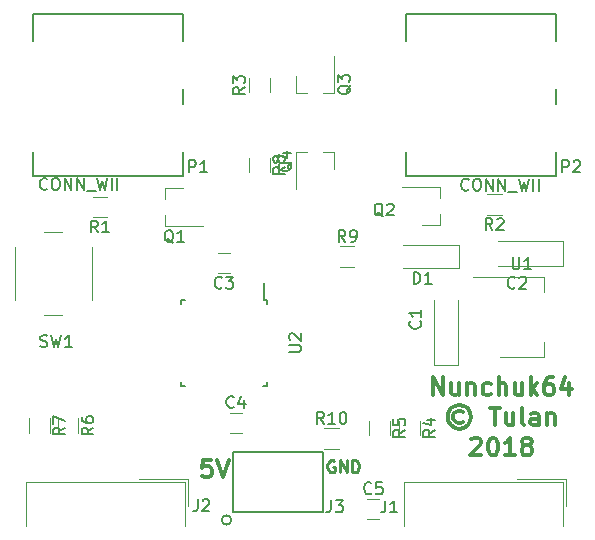
<source format=gto>
G04 #@! TF.FileFunction,Legend,Top*
%FSLAX46Y46*%
G04 Gerber Fmt 4.6, Leading zero omitted, Abs format (unit mm)*
G04 Created by KiCad (PCBNEW 4.0.7) date 06/25/18 19:06:47*
%MOMM*%
%LPD*%
G01*
G04 APERTURE LIST*
%ADD10C,0.100000*%
%ADD11C,0.300000*%
%ADD12C,0.250000*%
%ADD13C,0.120000*%
%ADD14C,0.150000*%
%ADD15C,0.203200*%
G04 APERTURE END LIST*
D10*
D11*
X94314287Y-107678571D02*
X93600001Y-107678571D01*
X93528572Y-108392857D01*
X93600001Y-108321429D01*
X93742858Y-108250000D01*
X94100001Y-108250000D01*
X94242858Y-108321429D01*
X94314287Y-108392857D01*
X94385715Y-108535714D01*
X94385715Y-108892857D01*
X94314287Y-109035714D01*
X94242858Y-109107143D01*
X94100001Y-109178571D01*
X93742858Y-109178571D01*
X93600001Y-109107143D01*
X93528572Y-109035714D01*
X94814286Y-107678571D02*
X95314286Y-109178571D01*
X95814286Y-107678571D01*
D12*
X104738096Y-107800000D02*
X104642858Y-107752381D01*
X104500001Y-107752381D01*
X104357143Y-107800000D01*
X104261905Y-107895238D01*
X104214286Y-107990476D01*
X104166667Y-108180952D01*
X104166667Y-108323810D01*
X104214286Y-108514286D01*
X104261905Y-108609524D01*
X104357143Y-108704762D01*
X104500001Y-108752381D01*
X104595239Y-108752381D01*
X104738096Y-108704762D01*
X104785715Y-108657143D01*
X104785715Y-108323810D01*
X104595239Y-108323810D01*
X105214286Y-108752381D02*
X105214286Y-107752381D01*
X105785715Y-108752381D01*
X105785715Y-107752381D01*
X106261905Y-108752381D02*
X106261905Y-107752381D01*
X106500000Y-107752381D01*
X106642858Y-107800000D01*
X106738096Y-107895238D01*
X106785715Y-107990476D01*
X106833334Y-108180952D01*
X106833334Y-108323810D01*
X106785715Y-108514286D01*
X106738096Y-108609524D01*
X106642858Y-108704762D01*
X106500000Y-108752381D01*
X106261905Y-108752381D01*
D11*
X113078572Y-102228571D02*
X113078572Y-100728571D01*
X113935715Y-102228571D01*
X113935715Y-100728571D01*
X115292858Y-101228571D02*
X115292858Y-102228571D01*
X114650001Y-101228571D02*
X114650001Y-102014286D01*
X114721429Y-102157143D01*
X114864287Y-102228571D01*
X115078572Y-102228571D01*
X115221429Y-102157143D01*
X115292858Y-102085714D01*
X116007144Y-101228571D02*
X116007144Y-102228571D01*
X116007144Y-101371429D02*
X116078572Y-101300000D01*
X116221430Y-101228571D01*
X116435715Y-101228571D01*
X116578572Y-101300000D01*
X116650001Y-101442857D01*
X116650001Y-102228571D01*
X118007144Y-102157143D02*
X117864287Y-102228571D01*
X117578573Y-102228571D01*
X117435715Y-102157143D01*
X117364287Y-102085714D01*
X117292858Y-101942857D01*
X117292858Y-101514286D01*
X117364287Y-101371429D01*
X117435715Y-101300000D01*
X117578573Y-101228571D01*
X117864287Y-101228571D01*
X118007144Y-101300000D01*
X118650001Y-102228571D02*
X118650001Y-100728571D01*
X119292858Y-102228571D02*
X119292858Y-101442857D01*
X119221429Y-101300000D01*
X119078572Y-101228571D01*
X118864287Y-101228571D01*
X118721429Y-101300000D01*
X118650001Y-101371429D01*
X120650001Y-101228571D02*
X120650001Y-102228571D01*
X120007144Y-101228571D02*
X120007144Y-102014286D01*
X120078572Y-102157143D01*
X120221430Y-102228571D01*
X120435715Y-102228571D01*
X120578572Y-102157143D01*
X120650001Y-102085714D01*
X121364287Y-102228571D02*
X121364287Y-100728571D01*
X121507144Y-101657143D02*
X121935715Y-102228571D01*
X121935715Y-101228571D02*
X121364287Y-101800000D01*
X123221430Y-100728571D02*
X122935716Y-100728571D01*
X122792859Y-100800000D01*
X122721430Y-100871429D01*
X122578573Y-101085714D01*
X122507144Y-101371429D01*
X122507144Y-101942857D01*
X122578573Y-102085714D01*
X122650001Y-102157143D01*
X122792859Y-102228571D01*
X123078573Y-102228571D01*
X123221430Y-102157143D01*
X123292859Y-102085714D01*
X123364287Y-101942857D01*
X123364287Y-101585714D01*
X123292859Y-101442857D01*
X123221430Y-101371429D01*
X123078573Y-101300000D01*
X122792859Y-101300000D01*
X122650001Y-101371429D01*
X122578573Y-101442857D01*
X122507144Y-101585714D01*
X124650001Y-101228571D02*
X124650001Y-102228571D01*
X124292858Y-100657143D02*
X123935715Y-101728571D01*
X124864287Y-101728571D01*
X115614286Y-103635714D02*
X115471428Y-103564286D01*
X115185714Y-103564286D01*
X115042857Y-103635714D01*
X114900000Y-103778571D01*
X114828571Y-103921429D01*
X114828571Y-104207143D01*
X114900000Y-104350000D01*
X115042857Y-104492857D01*
X115185714Y-104564286D01*
X115471428Y-104564286D01*
X115614286Y-104492857D01*
X115328571Y-103064286D02*
X114971428Y-103135714D01*
X114614286Y-103350000D01*
X114400000Y-103707143D01*
X114328571Y-104064286D01*
X114400000Y-104421429D01*
X114614286Y-104778571D01*
X114971428Y-104992857D01*
X115328571Y-105064286D01*
X115685714Y-104992857D01*
X116042857Y-104778571D01*
X116257143Y-104421429D01*
X116328571Y-104064286D01*
X116257143Y-103707143D01*
X116042857Y-103350000D01*
X115685714Y-103135714D01*
X115328571Y-103064286D01*
X117900000Y-103278571D02*
X118757143Y-103278571D01*
X118328572Y-104778571D02*
X118328572Y-103278571D01*
X119900000Y-103778571D02*
X119900000Y-104778571D01*
X119257143Y-103778571D02*
X119257143Y-104564286D01*
X119328571Y-104707143D01*
X119471429Y-104778571D01*
X119685714Y-104778571D01*
X119828571Y-104707143D01*
X119900000Y-104635714D01*
X120828572Y-104778571D02*
X120685714Y-104707143D01*
X120614286Y-104564286D01*
X120614286Y-103278571D01*
X122042857Y-104778571D02*
X122042857Y-103992857D01*
X121971428Y-103850000D01*
X121828571Y-103778571D01*
X121542857Y-103778571D01*
X121400000Y-103850000D01*
X122042857Y-104707143D02*
X121900000Y-104778571D01*
X121542857Y-104778571D01*
X121400000Y-104707143D01*
X121328571Y-104564286D01*
X121328571Y-104421429D01*
X121400000Y-104278571D01*
X121542857Y-104207143D01*
X121900000Y-104207143D01*
X122042857Y-104135714D01*
X122757143Y-103778571D02*
X122757143Y-104778571D01*
X122757143Y-103921429D02*
X122828571Y-103850000D01*
X122971429Y-103778571D01*
X123185714Y-103778571D01*
X123328571Y-103850000D01*
X123400000Y-103992857D01*
X123400000Y-104778571D01*
X116328572Y-105971429D02*
X116400001Y-105900000D01*
X116542858Y-105828571D01*
X116900001Y-105828571D01*
X117042858Y-105900000D01*
X117114287Y-105971429D01*
X117185715Y-106114286D01*
X117185715Y-106257143D01*
X117114287Y-106471429D01*
X116257144Y-107328571D01*
X117185715Y-107328571D01*
X118114286Y-105828571D02*
X118257143Y-105828571D01*
X118400000Y-105900000D01*
X118471429Y-105971429D01*
X118542858Y-106114286D01*
X118614286Y-106400000D01*
X118614286Y-106757143D01*
X118542858Y-107042857D01*
X118471429Y-107185714D01*
X118400000Y-107257143D01*
X118257143Y-107328571D01*
X118114286Y-107328571D01*
X117971429Y-107257143D01*
X117900000Y-107185714D01*
X117828572Y-107042857D01*
X117757143Y-106757143D01*
X117757143Y-106400000D01*
X117828572Y-106114286D01*
X117900000Y-105971429D01*
X117971429Y-105900000D01*
X118114286Y-105828571D01*
X120042857Y-107328571D02*
X119185714Y-107328571D01*
X119614286Y-107328571D02*
X119614286Y-105828571D01*
X119471429Y-106042857D01*
X119328571Y-106185714D01*
X119185714Y-106257143D01*
X120900000Y-106471429D02*
X120757142Y-106400000D01*
X120685714Y-106328571D01*
X120614285Y-106185714D01*
X120614285Y-106114286D01*
X120685714Y-105971429D01*
X120757142Y-105900000D01*
X120900000Y-105828571D01*
X121185714Y-105828571D01*
X121328571Y-105900000D01*
X121400000Y-105971429D01*
X121471428Y-106114286D01*
X121471428Y-106185714D01*
X121400000Y-106328571D01*
X121328571Y-106400000D01*
X121185714Y-106471429D01*
X120900000Y-106471429D01*
X120757142Y-106542857D01*
X120685714Y-106614286D01*
X120614285Y-106757143D01*
X120614285Y-107042857D01*
X120685714Y-107185714D01*
X120757142Y-107257143D01*
X120900000Y-107328571D01*
X121185714Y-107328571D01*
X121328571Y-107257143D01*
X121400000Y-107185714D01*
X121471428Y-107042857D01*
X121471428Y-106757143D01*
X121400000Y-106614286D01*
X121328571Y-106542857D01*
X121185714Y-106471429D01*
D13*
X92123333Y-113340000D02*
X92123333Y-109600000D01*
X92123333Y-109600000D02*
X78676667Y-109600000D01*
X78676667Y-109600000D02*
X78676667Y-113340000D01*
X92363333Y-111600000D02*
X92363333Y-109360000D01*
X92363333Y-109360000D02*
X88170000Y-109360000D01*
X124123333Y-113340000D02*
X124123333Y-109600000D01*
X124123333Y-109600000D02*
X110676667Y-109600000D01*
X110676667Y-109600000D02*
X110676667Y-113340000D01*
X124363333Y-111600000D02*
X124363333Y-109360000D01*
X124363333Y-109360000D02*
X120170000Y-109360000D01*
D14*
X96013113Y-112790000D02*
G75*
G03X96013113Y-112790000I-403113J0D01*
G01*
D15*
X103810000Y-112140000D02*
X96190000Y-112140000D01*
X96190000Y-107060000D02*
X103810000Y-107060000D01*
X103810000Y-107060000D02*
X103810000Y-112140000D01*
X96190000Y-112140000D02*
X96190000Y-107060000D01*
D13*
X84200000Y-94200000D02*
X84200000Y-89700000D01*
X80200000Y-95450000D02*
X81700000Y-95450000D01*
X77700000Y-89700000D02*
X77700000Y-94200000D01*
X81700000Y-88450000D02*
X80200000Y-88450000D01*
D14*
X79248000Y-72228000D02*
X79248000Y-69942000D01*
X79248000Y-69942000D02*
X91948000Y-69942000D01*
X91948000Y-69942000D02*
X91948000Y-72228000D01*
X91948000Y-77562000D02*
X91948000Y-76292000D01*
X79248000Y-83658000D02*
X79248000Y-81626000D01*
X91948000Y-83658000D02*
X91948000Y-81626000D01*
X91948000Y-83658000D02*
X79248000Y-83658000D01*
X110850000Y-72228000D02*
X110850000Y-69942000D01*
X110850000Y-69942000D02*
X123550000Y-69942000D01*
X123550000Y-69942000D02*
X123550000Y-72228000D01*
X123550000Y-77562000D02*
X123550000Y-76292000D01*
X110850000Y-83658000D02*
X110850000Y-81626000D01*
X123550000Y-83658000D02*
X123550000Y-81626000D01*
X123550000Y-83658000D02*
X110850000Y-83658000D01*
D13*
X104680000Y-81640000D02*
X103750000Y-81640000D01*
X101520000Y-81640000D02*
X102450000Y-81640000D01*
X101520000Y-81640000D02*
X101520000Y-84800000D01*
X104680000Y-81640000D02*
X104680000Y-83100000D01*
X101520000Y-76660000D02*
X102450000Y-76660000D01*
X104680000Y-76660000D02*
X103750000Y-76660000D01*
X104680000Y-76660000D02*
X104680000Y-73500000D01*
X101520000Y-76660000D02*
X101520000Y-75200000D01*
X113660000Y-87780000D02*
X113660000Y-86850000D01*
X113660000Y-84620000D02*
X113660000Y-85550000D01*
X113660000Y-84620000D02*
X110500000Y-84620000D01*
X113660000Y-87780000D02*
X112200000Y-87780000D01*
X90450000Y-84720000D02*
X90450000Y-85650000D01*
X90450000Y-87880000D02*
X90450000Y-86950000D01*
X90450000Y-87880000D02*
X93610000Y-87880000D01*
X90450000Y-84720000D02*
X91910000Y-84720000D01*
X124100000Y-91250000D02*
X118600000Y-91250000D01*
X124100000Y-89150000D02*
X118600000Y-89150000D01*
X124100000Y-91250000D02*
X124100000Y-89150000D01*
X113150000Y-99700000D02*
X113150000Y-94200000D01*
X115250000Y-99700000D02*
X115250000Y-94200000D01*
X113150000Y-99700000D02*
X115250000Y-99700000D01*
X105100000Y-106780000D02*
X103900000Y-106780000D01*
X103900000Y-105020000D02*
X105100000Y-105020000D01*
X108550000Y-111050000D02*
X107550000Y-111050000D01*
X107550000Y-112750000D02*
X108550000Y-112750000D01*
X106450000Y-91380000D02*
X105250000Y-91380000D01*
X105250000Y-89620000D02*
X106450000Y-89620000D01*
X115300000Y-91450000D02*
X115300000Y-89550000D01*
X115300000Y-89550000D02*
X110600000Y-89550000D01*
X115300000Y-91450000D02*
X110600000Y-91450000D01*
X97520000Y-83350000D02*
X97520000Y-82150000D01*
X99280000Y-82150000D02*
X99280000Y-83350000D01*
X99280000Y-75400000D02*
X99280000Y-76600000D01*
X97520000Y-76600000D02*
X97520000Y-75400000D01*
X117700000Y-85220000D02*
X118900000Y-85220000D01*
X118900000Y-86980000D02*
X117700000Y-86980000D01*
X84300000Y-85420000D02*
X85500000Y-85420000D01*
X85500000Y-87180000D02*
X84300000Y-87180000D01*
X96900000Y-103750000D02*
X95900000Y-103750000D01*
X95900000Y-105450000D02*
X96900000Y-105450000D01*
X94900000Y-91850000D02*
X95900000Y-91850000D01*
X95900000Y-90150000D02*
X94900000Y-90150000D01*
X78920000Y-105400000D02*
X78920000Y-104200000D01*
X80680000Y-104200000D02*
X80680000Y-105400000D01*
X81320000Y-105400000D02*
X81320000Y-104200000D01*
X83080000Y-104200000D02*
X83080000Y-105400000D01*
X107705000Y-105600000D02*
X107705000Y-104400000D01*
X109465000Y-104400000D02*
X109465000Y-105600000D01*
X110245000Y-105600000D02*
X110245000Y-104400000D01*
X112005000Y-104400000D02*
X112005000Y-105600000D01*
X122510000Y-99010000D02*
X122510000Y-97750000D01*
X122510000Y-92190000D02*
X122510000Y-93450000D01*
X118750000Y-99010000D02*
X122510000Y-99010000D01*
X116500000Y-92190000D02*
X122510000Y-92190000D01*
D14*
X99025000Y-94175000D02*
X98800000Y-94175000D01*
X99025000Y-101425000D02*
X98700000Y-101425000D01*
X91775000Y-101425000D02*
X92100000Y-101425000D01*
X91775000Y-94175000D02*
X92100000Y-94175000D01*
X99025000Y-94175000D02*
X99025000Y-94500000D01*
X91775000Y-94175000D02*
X91775000Y-94500000D01*
X91775000Y-101425000D02*
X91775000Y-101100000D01*
X99025000Y-101425000D02*
X99025000Y-101100000D01*
X98800000Y-94175000D02*
X98800000Y-92750000D01*
X93166667Y-111052381D02*
X93166667Y-111766667D01*
X93119047Y-111909524D01*
X93023809Y-112004762D01*
X92880952Y-112052381D01*
X92785714Y-112052381D01*
X93595238Y-111147619D02*
X93642857Y-111100000D01*
X93738095Y-111052381D01*
X93976191Y-111052381D01*
X94071429Y-111100000D01*
X94119048Y-111147619D01*
X94166667Y-111242857D01*
X94166667Y-111338095D01*
X94119048Y-111480952D01*
X93547619Y-112052381D01*
X94166667Y-112052381D01*
X109066667Y-111152381D02*
X109066667Y-111866667D01*
X109019047Y-112009524D01*
X108923809Y-112104762D01*
X108780952Y-112152381D01*
X108685714Y-112152381D01*
X110066667Y-112152381D02*
X109495238Y-112152381D01*
X109780952Y-112152381D02*
X109780952Y-111152381D01*
X109685714Y-111295238D01*
X109590476Y-111390476D01*
X109495238Y-111438095D01*
D15*
X104461333Y-111143619D02*
X104461333Y-111869333D01*
X104412953Y-112014476D01*
X104316191Y-112111238D01*
X104171048Y-112159619D01*
X104074286Y-112159619D01*
X104848381Y-111143619D02*
X105477333Y-111143619D01*
X105138667Y-111530667D01*
X105283809Y-111530667D01*
X105380571Y-111579048D01*
X105428952Y-111627429D01*
X105477333Y-111724190D01*
X105477333Y-111966095D01*
X105428952Y-112062857D01*
X105380571Y-112111238D01*
X105283809Y-112159619D01*
X104993524Y-112159619D01*
X104896762Y-112111238D01*
X104848381Y-112062857D01*
D14*
X79866667Y-98104762D02*
X80009524Y-98152381D01*
X80247620Y-98152381D01*
X80342858Y-98104762D01*
X80390477Y-98057143D01*
X80438096Y-97961905D01*
X80438096Y-97866667D01*
X80390477Y-97771429D01*
X80342858Y-97723810D01*
X80247620Y-97676190D01*
X80057143Y-97628571D01*
X79961905Y-97580952D01*
X79914286Y-97533333D01*
X79866667Y-97438095D01*
X79866667Y-97342857D01*
X79914286Y-97247619D01*
X79961905Y-97200000D01*
X80057143Y-97152381D01*
X80295239Y-97152381D01*
X80438096Y-97200000D01*
X80771429Y-97152381D02*
X81009524Y-98152381D01*
X81200001Y-97438095D01*
X81390477Y-98152381D01*
X81628572Y-97152381D01*
X82533334Y-98152381D02*
X81961905Y-98152381D01*
X82247619Y-98152381D02*
X82247619Y-97152381D01*
X82152381Y-97295238D01*
X82057143Y-97390476D01*
X81961905Y-97438095D01*
X92459905Y-83352381D02*
X92459905Y-82352381D01*
X92840858Y-82352381D01*
X92936096Y-82400000D01*
X92983715Y-82447619D01*
X93031334Y-82542857D01*
X93031334Y-82685714D01*
X92983715Y-82780952D01*
X92936096Y-82828571D01*
X92840858Y-82876190D01*
X92459905Y-82876190D01*
X93983715Y-83352381D02*
X93412286Y-83352381D01*
X93698000Y-83352381D02*
X93698000Y-82352381D01*
X93602762Y-82495238D01*
X93507524Y-82590476D01*
X93412286Y-82638095D01*
X80431025Y-84748643D02*
X80383406Y-84796262D01*
X80240549Y-84843881D01*
X80145311Y-84843881D01*
X80002453Y-84796262D01*
X79907215Y-84701024D01*
X79859596Y-84605786D01*
X79811977Y-84415310D01*
X79811977Y-84272452D01*
X79859596Y-84081976D01*
X79907215Y-83986738D01*
X80002453Y-83891500D01*
X80145311Y-83843881D01*
X80240549Y-83843881D01*
X80383406Y-83891500D01*
X80431025Y-83939119D01*
X81050072Y-83843881D02*
X81240549Y-83843881D01*
X81335787Y-83891500D01*
X81431025Y-83986738D01*
X81478644Y-84177214D01*
X81478644Y-84510548D01*
X81431025Y-84701024D01*
X81335787Y-84796262D01*
X81240549Y-84843881D01*
X81050072Y-84843881D01*
X80954834Y-84796262D01*
X80859596Y-84701024D01*
X80811977Y-84510548D01*
X80811977Y-84177214D01*
X80859596Y-83986738D01*
X80954834Y-83891500D01*
X81050072Y-83843881D01*
X81907215Y-84843881D02*
X81907215Y-83843881D01*
X82478644Y-84843881D01*
X82478644Y-83843881D01*
X82954834Y-84843881D02*
X82954834Y-83843881D01*
X83526263Y-84843881D01*
X83526263Y-83843881D01*
X83764358Y-84939119D02*
X84526263Y-84939119D01*
X84669120Y-83843881D02*
X84907215Y-84843881D01*
X85097692Y-84129595D01*
X85288168Y-84843881D01*
X85526263Y-83843881D01*
X85907215Y-84843881D02*
X85907215Y-83843881D01*
X86383405Y-84843881D02*
X86383405Y-83843881D01*
X124061905Y-83352381D02*
X124061905Y-82352381D01*
X124442858Y-82352381D01*
X124538096Y-82400000D01*
X124585715Y-82447619D01*
X124633334Y-82542857D01*
X124633334Y-82685714D01*
X124585715Y-82780952D01*
X124538096Y-82828571D01*
X124442858Y-82876190D01*
X124061905Y-82876190D01*
X125014286Y-82447619D02*
X125061905Y-82400000D01*
X125157143Y-82352381D01*
X125395239Y-82352381D01*
X125490477Y-82400000D01*
X125538096Y-82447619D01*
X125585715Y-82542857D01*
X125585715Y-82638095D01*
X125538096Y-82780952D01*
X124966667Y-83352381D01*
X125585715Y-83352381D01*
X116118025Y-84812143D02*
X116070406Y-84859762D01*
X115927549Y-84907381D01*
X115832311Y-84907381D01*
X115689453Y-84859762D01*
X115594215Y-84764524D01*
X115546596Y-84669286D01*
X115498977Y-84478810D01*
X115498977Y-84335952D01*
X115546596Y-84145476D01*
X115594215Y-84050238D01*
X115689453Y-83955000D01*
X115832311Y-83907381D01*
X115927549Y-83907381D01*
X116070406Y-83955000D01*
X116118025Y-84002619D01*
X116737072Y-83907381D02*
X116927549Y-83907381D01*
X117022787Y-83955000D01*
X117118025Y-84050238D01*
X117165644Y-84240714D01*
X117165644Y-84574048D01*
X117118025Y-84764524D01*
X117022787Y-84859762D01*
X116927549Y-84907381D01*
X116737072Y-84907381D01*
X116641834Y-84859762D01*
X116546596Y-84764524D01*
X116498977Y-84574048D01*
X116498977Y-84240714D01*
X116546596Y-84050238D01*
X116641834Y-83955000D01*
X116737072Y-83907381D01*
X117594215Y-84907381D02*
X117594215Y-83907381D01*
X118165644Y-84907381D01*
X118165644Y-83907381D01*
X118641834Y-84907381D02*
X118641834Y-83907381D01*
X119213263Y-84907381D01*
X119213263Y-83907381D01*
X119451358Y-85002619D02*
X120213263Y-85002619D01*
X120356120Y-83907381D02*
X120594215Y-84907381D01*
X120784692Y-84193095D01*
X120975168Y-84907381D01*
X121213263Y-83907381D01*
X121594215Y-84907381D02*
X121594215Y-83907381D01*
X122070405Y-84907381D02*
X122070405Y-83907381D01*
X101147619Y-82495238D02*
X101100000Y-82590476D01*
X101004762Y-82685714D01*
X100861905Y-82828571D01*
X100814286Y-82923810D01*
X100814286Y-83019048D01*
X101052381Y-82971429D02*
X101004762Y-83066667D01*
X100909524Y-83161905D01*
X100719048Y-83209524D01*
X100385714Y-83209524D01*
X100195238Y-83161905D01*
X100100000Y-83066667D01*
X100052381Y-82971429D01*
X100052381Y-82780952D01*
X100100000Y-82685714D01*
X100195238Y-82590476D01*
X100385714Y-82542857D01*
X100719048Y-82542857D01*
X100909524Y-82590476D01*
X101004762Y-82685714D01*
X101052381Y-82780952D01*
X101052381Y-82971429D01*
X100385714Y-81685714D02*
X101052381Y-81685714D01*
X100004762Y-81923810D02*
X100719048Y-82161905D01*
X100719048Y-81542857D01*
X106147619Y-75995238D02*
X106100000Y-76090476D01*
X106004762Y-76185714D01*
X105861905Y-76328571D01*
X105814286Y-76423810D01*
X105814286Y-76519048D01*
X106052381Y-76471429D02*
X106004762Y-76566667D01*
X105909524Y-76661905D01*
X105719048Y-76709524D01*
X105385714Y-76709524D01*
X105195238Y-76661905D01*
X105100000Y-76566667D01*
X105052381Y-76471429D01*
X105052381Y-76280952D01*
X105100000Y-76185714D01*
X105195238Y-76090476D01*
X105385714Y-76042857D01*
X105719048Y-76042857D01*
X105909524Y-76090476D01*
X106004762Y-76185714D01*
X106052381Y-76280952D01*
X106052381Y-76471429D01*
X105052381Y-75709524D02*
X105052381Y-75090476D01*
X105433333Y-75423810D01*
X105433333Y-75280952D01*
X105480952Y-75185714D01*
X105528571Y-75138095D01*
X105623810Y-75090476D01*
X105861905Y-75090476D01*
X105957143Y-75138095D01*
X106004762Y-75185714D01*
X106052381Y-75280952D01*
X106052381Y-75566667D01*
X106004762Y-75661905D01*
X105957143Y-75709524D01*
X108870762Y-87098119D02*
X108775524Y-87050500D01*
X108680286Y-86955262D01*
X108537429Y-86812405D01*
X108442190Y-86764786D01*
X108346952Y-86764786D01*
X108394571Y-87002881D02*
X108299333Y-86955262D01*
X108204095Y-86860024D01*
X108156476Y-86669548D01*
X108156476Y-86336214D01*
X108204095Y-86145738D01*
X108299333Y-86050500D01*
X108394571Y-86002881D01*
X108585048Y-86002881D01*
X108680286Y-86050500D01*
X108775524Y-86145738D01*
X108823143Y-86336214D01*
X108823143Y-86669548D01*
X108775524Y-86860024D01*
X108680286Y-86955262D01*
X108585048Y-87002881D01*
X108394571Y-87002881D01*
X109204095Y-86098119D02*
X109251714Y-86050500D01*
X109346952Y-86002881D01*
X109585048Y-86002881D01*
X109680286Y-86050500D01*
X109727905Y-86098119D01*
X109775524Y-86193357D01*
X109775524Y-86288595D01*
X109727905Y-86431452D01*
X109156476Y-87002881D01*
X109775524Y-87002881D01*
X91114762Y-89347619D02*
X91019524Y-89300000D01*
X90924286Y-89204762D01*
X90781429Y-89061905D01*
X90686190Y-89014286D01*
X90590952Y-89014286D01*
X90638571Y-89252381D02*
X90543333Y-89204762D01*
X90448095Y-89109524D01*
X90400476Y-88919048D01*
X90400476Y-88585714D01*
X90448095Y-88395238D01*
X90543333Y-88300000D01*
X90638571Y-88252381D01*
X90829048Y-88252381D01*
X90924286Y-88300000D01*
X91019524Y-88395238D01*
X91067143Y-88585714D01*
X91067143Y-88919048D01*
X91019524Y-89109524D01*
X90924286Y-89204762D01*
X90829048Y-89252381D01*
X90638571Y-89252381D01*
X92019524Y-89252381D02*
X91448095Y-89252381D01*
X91733809Y-89252381D02*
X91733809Y-88252381D01*
X91638571Y-88395238D01*
X91543333Y-88490476D01*
X91448095Y-88538095D01*
X120033334Y-93107143D02*
X119985715Y-93154762D01*
X119842858Y-93202381D01*
X119747620Y-93202381D01*
X119604762Y-93154762D01*
X119509524Y-93059524D01*
X119461905Y-92964286D01*
X119414286Y-92773810D01*
X119414286Y-92630952D01*
X119461905Y-92440476D01*
X119509524Y-92345238D01*
X119604762Y-92250000D01*
X119747620Y-92202381D01*
X119842858Y-92202381D01*
X119985715Y-92250000D01*
X120033334Y-92297619D01*
X120414286Y-92297619D02*
X120461905Y-92250000D01*
X120557143Y-92202381D01*
X120795239Y-92202381D01*
X120890477Y-92250000D01*
X120938096Y-92297619D01*
X120985715Y-92392857D01*
X120985715Y-92488095D01*
X120938096Y-92630952D01*
X120366667Y-93202381D01*
X120985715Y-93202381D01*
X112007143Y-95966666D02*
X112054762Y-96014285D01*
X112102381Y-96157142D01*
X112102381Y-96252380D01*
X112054762Y-96395238D01*
X111959524Y-96490476D01*
X111864286Y-96538095D01*
X111673810Y-96585714D01*
X111530952Y-96585714D01*
X111340476Y-96538095D01*
X111245238Y-96490476D01*
X111150000Y-96395238D01*
X111102381Y-96252380D01*
X111102381Y-96157142D01*
X111150000Y-96014285D01*
X111197619Y-95966666D01*
X112102381Y-95014285D02*
X112102381Y-95585714D01*
X112102381Y-95300000D02*
X111102381Y-95300000D01*
X111245238Y-95395238D01*
X111340476Y-95490476D01*
X111388095Y-95585714D01*
X103857143Y-104652381D02*
X103523809Y-104176190D01*
X103285714Y-104652381D02*
X103285714Y-103652381D01*
X103666667Y-103652381D01*
X103761905Y-103700000D01*
X103809524Y-103747619D01*
X103857143Y-103842857D01*
X103857143Y-103985714D01*
X103809524Y-104080952D01*
X103761905Y-104128571D01*
X103666667Y-104176190D01*
X103285714Y-104176190D01*
X104809524Y-104652381D02*
X104238095Y-104652381D01*
X104523809Y-104652381D02*
X104523809Y-103652381D01*
X104428571Y-103795238D01*
X104333333Y-103890476D01*
X104238095Y-103938095D01*
X105428571Y-103652381D02*
X105523810Y-103652381D01*
X105619048Y-103700000D01*
X105666667Y-103747619D01*
X105714286Y-103842857D01*
X105761905Y-104033333D01*
X105761905Y-104271429D01*
X105714286Y-104461905D01*
X105666667Y-104557143D01*
X105619048Y-104604762D01*
X105523810Y-104652381D01*
X105428571Y-104652381D01*
X105333333Y-104604762D01*
X105285714Y-104557143D01*
X105238095Y-104461905D01*
X105190476Y-104271429D01*
X105190476Y-104033333D01*
X105238095Y-103842857D01*
X105285714Y-103747619D01*
X105333333Y-103700000D01*
X105428571Y-103652381D01*
X107883334Y-110507143D02*
X107835715Y-110554762D01*
X107692858Y-110602381D01*
X107597620Y-110602381D01*
X107454762Y-110554762D01*
X107359524Y-110459524D01*
X107311905Y-110364286D01*
X107264286Y-110173810D01*
X107264286Y-110030952D01*
X107311905Y-109840476D01*
X107359524Y-109745238D01*
X107454762Y-109650000D01*
X107597620Y-109602381D01*
X107692858Y-109602381D01*
X107835715Y-109650000D01*
X107883334Y-109697619D01*
X108788096Y-109602381D02*
X108311905Y-109602381D01*
X108264286Y-110078571D01*
X108311905Y-110030952D01*
X108407143Y-109983333D01*
X108645239Y-109983333D01*
X108740477Y-110030952D01*
X108788096Y-110078571D01*
X108835715Y-110173810D01*
X108835715Y-110411905D01*
X108788096Y-110507143D01*
X108740477Y-110554762D01*
X108645239Y-110602381D01*
X108407143Y-110602381D01*
X108311905Y-110554762D01*
X108264286Y-110507143D01*
X105683334Y-89252381D02*
X105350000Y-88776190D01*
X105111905Y-89252381D02*
X105111905Y-88252381D01*
X105492858Y-88252381D01*
X105588096Y-88300000D01*
X105635715Y-88347619D01*
X105683334Y-88442857D01*
X105683334Y-88585714D01*
X105635715Y-88680952D01*
X105588096Y-88728571D01*
X105492858Y-88776190D01*
X105111905Y-88776190D01*
X106159524Y-89252381D02*
X106350000Y-89252381D01*
X106445239Y-89204762D01*
X106492858Y-89157143D01*
X106588096Y-89014286D01*
X106635715Y-88823810D01*
X106635715Y-88442857D01*
X106588096Y-88347619D01*
X106540477Y-88300000D01*
X106445239Y-88252381D01*
X106254762Y-88252381D01*
X106159524Y-88300000D01*
X106111905Y-88347619D01*
X106064286Y-88442857D01*
X106064286Y-88680952D01*
X106111905Y-88776190D01*
X106159524Y-88823810D01*
X106254762Y-88871429D01*
X106445239Y-88871429D01*
X106540477Y-88823810D01*
X106588096Y-88776190D01*
X106635715Y-88680952D01*
X111461905Y-92802381D02*
X111461905Y-91802381D01*
X111700000Y-91802381D01*
X111842858Y-91850000D01*
X111938096Y-91945238D01*
X111985715Y-92040476D01*
X112033334Y-92230952D01*
X112033334Y-92373810D01*
X111985715Y-92564286D01*
X111938096Y-92659524D01*
X111842858Y-92754762D01*
X111700000Y-92802381D01*
X111461905Y-92802381D01*
X112985715Y-92802381D02*
X112414286Y-92802381D01*
X112700000Y-92802381D02*
X112700000Y-91802381D01*
X112604762Y-91945238D01*
X112509524Y-92040476D01*
X112414286Y-92088095D01*
X100552381Y-82916666D02*
X100076190Y-83250000D01*
X100552381Y-83488095D02*
X99552381Y-83488095D01*
X99552381Y-83107142D01*
X99600000Y-83011904D01*
X99647619Y-82964285D01*
X99742857Y-82916666D01*
X99885714Y-82916666D01*
X99980952Y-82964285D01*
X100028571Y-83011904D01*
X100076190Y-83107142D01*
X100076190Y-83488095D01*
X99980952Y-82345238D02*
X99933333Y-82440476D01*
X99885714Y-82488095D01*
X99790476Y-82535714D01*
X99742857Y-82535714D01*
X99647619Y-82488095D01*
X99600000Y-82440476D01*
X99552381Y-82345238D01*
X99552381Y-82154761D01*
X99600000Y-82059523D01*
X99647619Y-82011904D01*
X99742857Y-81964285D01*
X99790476Y-81964285D01*
X99885714Y-82011904D01*
X99933333Y-82059523D01*
X99980952Y-82154761D01*
X99980952Y-82345238D01*
X100028571Y-82440476D01*
X100076190Y-82488095D01*
X100171429Y-82535714D01*
X100361905Y-82535714D01*
X100457143Y-82488095D01*
X100504762Y-82440476D01*
X100552381Y-82345238D01*
X100552381Y-82154761D01*
X100504762Y-82059523D01*
X100457143Y-82011904D01*
X100361905Y-81964285D01*
X100171429Y-81964285D01*
X100076190Y-82011904D01*
X100028571Y-82059523D01*
X99980952Y-82154761D01*
X97152381Y-76166666D02*
X96676190Y-76500000D01*
X97152381Y-76738095D02*
X96152381Y-76738095D01*
X96152381Y-76357142D01*
X96200000Y-76261904D01*
X96247619Y-76214285D01*
X96342857Y-76166666D01*
X96485714Y-76166666D01*
X96580952Y-76214285D01*
X96628571Y-76261904D01*
X96676190Y-76357142D01*
X96676190Y-76738095D01*
X96152381Y-75833333D02*
X96152381Y-75214285D01*
X96533333Y-75547619D01*
X96533333Y-75404761D01*
X96580952Y-75309523D01*
X96628571Y-75261904D01*
X96723810Y-75214285D01*
X96961905Y-75214285D01*
X97057143Y-75261904D01*
X97104762Y-75309523D01*
X97152381Y-75404761D01*
X97152381Y-75690476D01*
X97104762Y-75785714D01*
X97057143Y-75833333D01*
X118133334Y-88252381D02*
X117800000Y-87776190D01*
X117561905Y-88252381D02*
X117561905Y-87252381D01*
X117942858Y-87252381D01*
X118038096Y-87300000D01*
X118085715Y-87347619D01*
X118133334Y-87442857D01*
X118133334Y-87585714D01*
X118085715Y-87680952D01*
X118038096Y-87728571D01*
X117942858Y-87776190D01*
X117561905Y-87776190D01*
X118514286Y-87347619D02*
X118561905Y-87300000D01*
X118657143Y-87252381D01*
X118895239Y-87252381D01*
X118990477Y-87300000D01*
X119038096Y-87347619D01*
X119085715Y-87442857D01*
X119085715Y-87538095D01*
X119038096Y-87680952D01*
X118466667Y-88252381D01*
X119085715Y-88252381D01*
X84733334Y-88452381D02*
X84400000Y-87976190D01*
X84161905Y-88452381D02*
X84161905Y-87452381D01*
X84542858Y-87452381D01*
X84638096Y-87500000D01*
X84685715Y-87547619D01*
X84733334Y-87642857D01*
X84733334Y-87785714D01*
X84685715Y-87880952D01*
X84638096Y-87928571D01*
X84542858Y-87976190D01*
X84161905Y-87976190D01*
X85685715Y-88452381D02*
X85114286Y-88452381D01*
X85400000Y-88452381D02*
X85400000Y-87452381D01*
X85304762Y-87595238D01*
X85209524Y-87690476D01*
X85114286Y-87738095D01*
X96233334Y-103207143D02*
X96185715Y-103254762D01*
X96042858Y-103302381D01*
X95947620Y-103302381D01*
X95804762Y-103254762D01*
X95709524Y-103159524D01*
X95661905Y-103064286D01*
X95614286Y-102873810D01*
X95614286Y-102730952D01*
X95661905Y-102540476D01*
X95709524Y-102445238D01*
X95804762Y-102350000D01*
X95947620Y-102302381D01*
X96042858Y-102302381D01*
X96185715Y-102350000D01*
X96233334Y-102397619D01*
X97090477Y-102635714D02*
X97090477Y-103302381D01*
X96852381Y-102254762D02*
X96614286Y-102969048D01*
X97233334Y-102969048D01*
X95233334Y-93107143D02*
X95185715Y-93154762D01*
X95042858Y-93202381D01*
X94947620Y-93202381D01*
X94804762Y-93154762D01*
X94709524Y-93059524D01*
X94661905Y-92964286D01*
X94614286Y-92773810D01*
X94614286Y-92630952D01*
X94661905Y-92440476D01*
X94709524Y-92345238D01*
X94804762Y-92250000D01*
X94947620Y-92202381D01*
X95042858Y-92202381D01*
X95185715Y-92250000D01*
X95233334Y-92297619D01*
X95566667Y-92202381D02*
X96185715Y-92202381D01*
X95852381Y-92583333D01*
X95995239Y-92583333D01*
X96090477Y-92630952D01*
X96138096Y-92678571D01*
X96185715Y-92773810D01*
X96185715Y-93011905D01*
X96138096Y-93107143D01*
X96090477Y-93154762D01*
X95995239Y-93202381D01*
X95709524Y-93202381D01*
X95614286Y-93154762D01*
X95566667Y-93107143D01*
X81952381Y-104966666D02*
X81476190Y-105300000D01*
X81952381Y-105538095D02*
X80952381Y-105538095D01*
X80952381Y-105157142D01*
X81000000Y-105061904D01*
X81047619Y-105014285D01*
X81142857Y-104966666D01*
X81285714Y-104966666D01*
X81380952Y-105014285D01*
X81428571Y-105061904D01*
X81476190Y-105157142D01*
X81476190Y-105538095D01*
X80952381Y-104633333D02*
X80952381Y-103966666D01*
X81952381Y-104395238D01*
X84352381Y-104966666D02*
X83876190Y-105300000D01*
X84352381Y-105538095D02*
X83352381Y-105538095D01*
X83352381Y-105157142D01*
X83400000Y-105061904D01*
X83447619Y-105014285D01*
X83542857Y-104966666D01*
X83685714Y-104966666D01*
X83780952Y-105014285D01*
X83828571Y-105061904D01*
X83876190Y-105157142D01*
X83876190Y-105538095D01*
X83352381Y-104109523D02*
X83352381Y-104300000D01*
X83400000Y-104395238D01*
X83447619Y-104442857D01*
X83590476Y-104538095D01*
X83780952Y-104585714D01*
X84161905Y-104585714D01*
X84257143Y-104538095D01*
X84304762Y-104490476D01*
X84352381Y-104395238D01*
X84352381Y-104204761D01*
X84304762Y-104109523D01*
X84257143Y-104061904D01*
X84161905Y-104014285D01*
X83923810Y-104014285D01*
X83828571Y-104061904D01*
X83780952Y-104109523D01*
X83733333Y-104204761D01*
X83733333Y-104395238D01*
X83780952Y-104490476D01*
X83828571Y-104538095D01*
X83923810Y-104585714D01*
X110737381Y-105166666D02*
X110261190Y-105500000D01*
X110737381Y-105738095D02*
X109737381Y-105738095D01*
X109737381Y-105357142D01*
X109785000Y-105261904D01*
X109832619Y-105214285D01*
X109927857Y-105166666D01*
X110070714Y-105166666D01*
X110165952Y-105214285D01*
X110213571Y-105261904D01*
X110261190Y-105357142D01*
X110261190Y-105738095D01*
X109737381Y-104261904D02*
X109737381Y-104738095D01*
X110213571Y-104785714D01*
X110165952Y-104738095D01*
X110118333Y-104642857D01*
X110118333Y-104404761D01*
X110165952Y-104309523D01*
X110213571Y-104261904D01*
X110308810Y-104214285D01*
X110546905Y-104214285D01*
X110642143Y-104261904D01*
X110689762Y-104309523D01*
X110737381Y-104404761D01*
X110737381Y-104642857D01*
X110689762Y-104738095D01*
X110642143Y-104785714D01*
X113277381Y-105166666D02*
X112801190Y-105500000D01*
X113277381Y-105738095D02*
X112277381Y-105738095D01*
X112277381Y-105357142D01*
X112325000Y-105261904D01*
X112372619Y-105214285D01*
X112467857Y-105166666D01*
X112610714Y-105166666D01*
X112705952Y-105214285D01*
X112753571Y-105261904D01*
X112801190Y-105357142D01*
X112801190Y-105738095D01*
X112610714Y-104309523D02*
X113277381Y-104309523D01*
X112229762Y-104547619D02*
X112944048Y-104785714D01*
X112944048Y-104166666D01*
X119838095Y-90552381D02*
X119838095Y-91361905D01*
X119885714Y-91457143D01*
X119933333Y-91504762D01*
X120028571Y-91552381D01*
X120219048Y-91552381D01*
X120314286Y-91504762D01*
X120361905Y-91457143D01*
X120409524Y-91361905D01*
X120409524Y-90552381D01*
X121409524Y-91552381D02*
X120838095Y-91552381D01*
X121123809Y-91552381D02*
X121123809Y-90552381D01*
X121028571Y-90695238D01*
X120933333Y-90790476D01*
X120838095Y-90838095D01*
X100902381Y-98561905D02*
X101711905Y-98561905D01*
X101807143Y-98514286D01*
X101854762Y-98466667D01*
X101902381Y-98371429D01*
X101902381Y-98180952D01*
X101854762Y-98085714D01*
X101807143Y-98038095D01*
X101711905Y-97990476D01*
X100902381Y-97990476D01*
X100997619Y-97561905D02*
X100950000Y-97514286D01*
X100902381Y-97419048D01*
X100902381Y-97180952D01*
X100950000Y-97085714D01*
X100997619Y-97038095D01*
X101092857Y-96990476D01*
X101188095Y-96990476D01*
X101330952Y-97038095D01*
X101902381Y-97609524D01*
X101902381Y-96990476D01*
M02*

</source>
